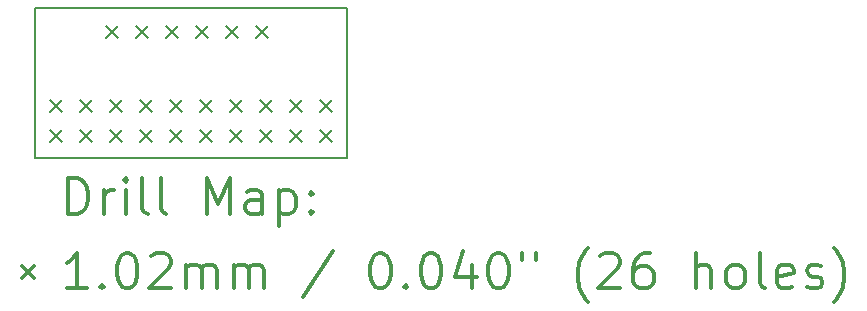
<source format=gbr>
%FSLAX45Y45*%
G04 Gerber Fmt 4.5, Leading zero omitted, Abs format (unit mm)*
G04 Created by KiCad (PCBNEW (2017-10-24 revision cffe1b51e)-master) date Wednesday, November 01, 2017 'AMt' 11:13:41 AM*
%MOMM*%
%LPD*%
G01*
G04 APERTURE LIST*
%ADD10C,0.150000*%
%ADD11C,0.200000*%
%ADD12C,0.300000*%
G04 APERTURE END LIST*
D10*
X2933700Y-4635500D02*
X5575300Y-4635500D01*
X2933700Y-3365500D02*
X2933700Y-4635500D01*
X5575300Y-3365500D02*
X2933700Y-3365500D01*
X5575300Y-4635500D02*
X5575300Y-3365500D01*
D11*
X3530600Y-3517900D02*
X3632200Y-3619500D01*
X3632200Y-3517900D02*
X3530600Y-3619500D01*
X3784600Y-3517900D02*
X3886200Y-3619500D01*
X3886200Y-3517900D02*
X3784600Y-3619500D01*
X4038600Y-3517900D02*
X4140200Y-3619500D01*
X4140200Y-3517900D02*
X4038600Y-3619500D01*
X4292600Y-3517900D02*
X4394200Y-3619500D01*
X4394200Y-3517900D02*
X4292600Y-3619500D01*
X4546600Y-3517900D02*
X4648200Y-3619500D01*
X4648200Y-3517900D02*
X4546600Y-3619500D01*
X4800600Y-3517900D02*
X4902200Y-3619500D01*
X4902200Y-3517900D02*
X4800600Y-3619500D01*
X3060700Y-4140200D02*
X3162300Y-4241800D01*
X3162300Y-4140200D02*
X3060700Y-4241800D01*
X3060700Y-4394200D02*
X3162300Y-4495800D01*
X3162300Y-4394200D02*
X3060700Y-4495800D01*
X3314700Y-4140200D02*
X3416300Y-4241800D01*
X3416300Y-4140200D02*
X3314700Y-4241800D01*
X3314700Y-4394200D02*
X3416300Y-4495800D01*
X3416300Y-4394200D02*
X3314700Y-4495800D01*
X3568700Y-4140200D02*
X3670300Y-4241800D01*
X3670300Y-4140200D02*
X3568700Y-4241800D01*
X3568700Y-4394200D02*
X3670300Y-4495800D01*
X3670300Y-4394200D02*
X3568700Y-4495800D01*
X3822700Y-4140200D02*
X3924300Y-4241800D01*
X3924300Y-4140200D02*
X3822700Y-4241800D01*
X3822700Y-4394200D02*
X3924300Y-4495800D01*
X3924300Y-4394200D02*
X3822700Y-4495800D01*
X4076700Y-4140200D02*
X4178300Y-4241800D01*
X4178300Y-4140200D02*
X4076700Y-4241800D01*
X4076700Y-4394200D02*
X4178300Y-4495800D01*
X4178300Y-4394200D02*
X4076700Y-4495800D01*
X4330700Y-4140200D02*
X4432300Y-4241800D01*
X4432300Y-4140200D02*
X4330700Y-4241800D01*
X4330700Y-4394200D02*
X4432300Y-4495800D01*
X4432300Y-4394200D02*
X4330700Y-4495800D01*
X4584700Y-4140200D02*
X4686300Y-4241800D01*
X4686300Y-4140200D02*
X4584700Y-4241800D01*
X4584700Y-4394200D02*
X4686300Y-4495800D01*
X4686300Y-4394200D02*
X4584700Y-4495800D01*
X4838700Y-4140200D02*
X4940300Y-4241800D01*
X4940300Y-4140200D02*
X4838700Y-4241800D01*
X4838700Y-4394200D02*
X4940300Y-4495800D01*
X4940300Y-4394200D02*
X4838700Y-4495800D01*
X5092700Y-4140200D02*
X5194300Y-4241800D01*
X5194300Y-4140200D02*
X5092700Y-4241800D01*
X5092700Y-4394200D02*
X5194300Y-4495800D01*
X5194300Y-4394200D02*
X5092700Y-4495800D01*
X5346700Y-4140200D02*
X5448300Y-4241800D01*
X5448300Y-4140200D02*
X5346700Y-4241800D01*
X5346700Y-4394200D02*
X5448300Y-4495800D01*
X5448300Y-4394200D02*
X5346700Y-4495800D01*
D12*
X3212628Y-5108714D02*
X3212628Y-4808714D01*
X3284057Y-4808714D01*
X3326914Y-4823000D01*
X3355486Y-4851572D01*
X3369771Y-4880143D01*
X3384057Y-4937286D01*
X3384057Y-4980143D01*
X3369771Y-5037286D01*
X3355486Y-5065857D01*
X3326914Y-5094429D01*
X3284057Y-5108714D01*
X3212628Y-5108714D01*
X3512628Y-5108714D02*
X3512628Y-4908714D01*
X3512628Y-4965857D02*
X3526914Y-4937286D01*
X3541200Y-4923000D01*
X3569771Y-4908714D01*
X3598343Y-4908714D01*
X3698343Y-5108714D02*
X3698343Y-4908714D01*
X3698343Y-4808714D02*
X3684057Y-4823000D01*
X3698343Y-4837286D01*
X3712628Y-4823000D01*
X3698343Y-4808714D01*
X3698343Y-4837286D01*
X3884057Y-5108714D02*
X3855486Y-5094429D01*
X3841200Y-5065857D01*
X3841200Y-4808714D01*
X4041200Y-5108714D02*
X4012628Y-5094429D01*
X3998343Y-5065857D01*
X3998343Y-4808714D01*
X4384057Y-5108714D02*
X4384057Y-4808714D01*
X4484057Y-5023000D01*
X4584057Y-4808714D01*
X4584057Y-5108714D01*
X4855486Y-5108714D02*
X4855486Y-4951572D01*
X4841200Y-4923000D01*
X4812628Y-4908714D01*
X4755486Y-4908714D01*
X4726914Y-4923000D01*
X4855486Y-5094429D02*
X4826914Y-5108714D01*
X4755486Y-5108714D01*
X4726914Y-5094429D01*
X4712628Y-5065857D01*
X4712628Y-5037286D01*
X4726914Y-5008714D01*
X4755486Y-4994429D01*
X4826914Y-4994429D01*
X4855486Y-4980143D01*
X4998343Y-4908714D02*
X4998343Y-5208714D01*
X4998343Y-4923000D02*
X5026914Y-4908714D01*
X5084057Y-4908714D01*
X5112628Y-4923000D01*
X5126914Y-4937286D01*
X5141200Y-4965857D01*
X5141200Y-5051572D01*
X5126914Y-5080143D01*
X5112628Y-5094429D01*
X5084057Y-5108714D01*
X5026914Y-5108714D01*
X4998343Y-5094429D01*
X5269771Y-5080143D02*
X5284057Y-5094429D01*
X5269771Y-5108714D01*
X5255486Y-5094429D01*
X5269771Y-5080143D01*
X5269771Y-5108714D01*
X5269771Y-4923000D02*
X5284057Y-4937286D01*
X5269771Y-4951572D01*
X5255486Y-4937286D01*
X5269771Y-4923000D01*
X5269771Y-4951572D01*
X2824600Y-5552200D02*
X2926200Y-5653800D01*
X2926200Y-5552200D02*
X2824600Y-5653800D01*
X3369771Y-5738714D02*
X3198343Y-5738714D01*
X3284057Y-5738714D02*
X3284057Y-5438714D01*
X3255486Y-5481572D01*
X3226914Y-5510143D01*
X3198343Y-5524429D01*
X3498343Y-5710143D02*
X3512628Y-5724429D01*
X3498343Y-5738714D01*
X3484057Y-5724429D01*
X3498343Y-5710143D01*
X3498343Y-5738714D01*
X3698343Y-5438714D02*
X3726914Y-5438714D01*
X3755486Y-5453000D01*
X3769771Y-5467286D01*
X3784057Y-5495857D01*
X3798343Y-5553000D01*
X3798343Y-5624429D01*
X3784057Y-5681571D01*
X3769771Y-5710143D01*
X3755486Y-5724429D01*
X3726914Y-5738714D01*
X3698343Y-5738714D01*
X3669771Y-5724429D01*
X3655486Y-5710143D01*
X3641200Y-5681571D01*
X3626914Y-5624429D01*
X3626914Y-5553000D01*
X3641200Y-5495857D01*
X3655486Y-5467286D01*
X3669771Y-5453000D01*
X3698343Y-5438714D01*
X3912628Y-5467286D02*
X3926914Y-5453000D01*
X3955486Y-5438714D01*
X4026914Y-5438714D01*
X4055486Y-5453000D01*
X4069771Y-5467286D01*
X4084057Y-5495857D01*
X4084057Y-5524429D01*
X4069771Y-5567286D01*
X3898343Y-5738714D01*
X4084057Y-5738714D01*
X4212628Y-5738714D02*
X4212628Y-5538714D01*
X4212628Y-5567286D02*
X4226914Y-5553000D01*
X4255486Y-5538714D01*
X4298343Y-5538714D01*
X4326914Y-5553000D01*
X4341200Y-5581572D01*
X4341200Y-5738714D01*
X4341200Y-5581572D02*
X4355486Y-5553000D01*
X4384057Y-5538714D01*
X4426914Y-5538714D01*
X4455486Y-5553000D01*
X4469771Y-5581572D01*
X4469771Y-5738714D01*
X4612628Y-5738714D02*
X4612628Y-5538714D01*
X4612628Y-5567286D02*
X4626914Y-5553000D01*
X4655486Y-5538714D01*
X4698343Y-5538714D01*
X4726914Y-5553000D01*
X4741200Y-5581572D01*
X4741200Y-5738714D01*
X4741200Y-5581572D02*
X4755486Y-5553000D01*
X4784057Y-5538714D01*
X4826914Y-5538714D01*
X4855486Y-5553000D01*
X4869771Y-5581572D01*
X4869771Y-5738714D01*
X5455486Y-5424429D02*
X5198343Y-5810143D01*
X5841200Y-5438714D02*
X5869771Y-5438714D01*
X5898343Y-5453000D01*
X5912628Y-5467286D01*
X5926914Y-5495857D01*
X5941200Y-5553000D01*
X5941200Y-5624429D01*
X5926914Y-5681571D01*
X5912628Y-5710143D01*
X5898343Y-5724429D01*
X5869771Y-5738714D01*
X5841200Y-5738714D01*
X5812628Y-5724429D01*
X5798343Y-5710143D01*
X5784057Y-5681571D01*
X5769771Y-5624429D01*
X5769771Y-5553000D01*
X5784057Y-5495857D01*
X5798343Y-5467286D01*
X5812628Y-5453000D01*
X5841200Y-5438714D01*
X6069771Y-5710143D02*
X6084057Y-5724429D01*
X6069771Y-5738714D01*
X6055486Y-5724429D01*
X6069771Y-5710143D01*
X6069771Y-5738714D01*
X6269771Y-5438714D02*
X6298343Y-5438714D01*
X6326914Y-5453000D01*
X6341200Y-5467286D01*
X6355486Y-5495857D01*
X6369771Y-5553000D01*
X6369771Y-5624429D01*
X6355486Y-5681571D01*
X6341200Y-5710143D01*
X6326914Y-5724429D01*
X6298343Y-5738714D01*
X6269771Y-5738714D01*
X6241200Y-5724429D01*
X6226914Y-5710143D01*
X6212628Y-5681571D01*
X6198343Y-5624429D01*
X6198343Y-5553000D01*
X6212628Y-5495857D01*
X6226914Y-5467286D01*
X6241200Y-5453000D01*
X6269771Y-5438714D01*
X6626914Y-5538714D02*
X6626914Y-5738714D01*
X6555486Y-5424429D02*
X6484057Y-5638714D01*
X6669771Y-5638714D01*
X6841200Y-5438714D02*
X6869771Y-5438714D01*
X6898343Y-5453000D01*
X6912628Y-5467286D01*
X6926914Y-5495857D01*
X6941200Y-5553000D01*
X6941200Y-5624429D01*
X6926914Y-5681571D01*
X6912628Y-5710143D01*
X6898343Y-5724429D01*
X6869771Y-5738714D01*
X6841200Y-5738714D01*
X6812628Y-5724429D01*
X6798343Y-5710143D01*
X6784057Y-5681571D01*
X6769771Y-5624429D01*
X6769771Y-5553000D01*
X6784057Y-5495857D01*
X6798343Y-5467286D01*
X6812628Y-5453000D01*
X6841200Y-5438714D01*
X7055486Y-5438714D02*
X7055486Y-5495857D01*
X7169771Y-5438714D02*
X7169771Y-5495857D01*
X7612628Y-5853000D02*
X7598343Y-5838714D01*
X7569771Y-5795857D01*
X7555486Y-5767286D01*
X7541200Y-5724429D01*
X7526914Y-5653000D01*
X7526914Y-5595857D01*
X7541200Y-5524429D01*
X7555486Y-5481572D01*
X7569771Y-5453000D01*
X7598343Y-5410143D01*
X7612628Y-5395857D01*
X7712628Y-5467286D02*
X7726914Y-5453000D01*
X7755486Y-5438714D01*
X7826914Y-5438714D01*
X7855486Y-5453000D01*
X7869771Y-5467286D01*
X7884057Y-5495857D01*
X7884057Y-5524429D01*
X7869771Y-5567286D01*
X7698343Y-5738714D01*
X7884057Y-5738714D01*
X8141200Y-5438714D02*
X8084057Y-5438714D01*
X8055486Y-5453000D01*
X8041200Y-5467286D01*
X8012628Y-5510143D01*
X7998343Y-5567286D01*
X7998343Y-5681571D01*
X8012628Y-5710143D01*
X8026914Y-5724429D01*
X8055486Y-5738714D01*
X8112628Y-5738714D01*
X8141200Y-5724429D01*
X8155486Y-5710143D01*
X8169771Y-5681571D01*
X8169771Y-5610143D01*
X8155486Y-5581572D01*
X8141200Y-5567286D01*
X8112628Y-5553000D01*
X8055486Y-5553000D01*
X8026914Y-5567286D01*
X8012628Y-5581572D01*
X7998343Y-5610143D01*
X8526914Y-5738714D02*
X8526914Y-5438714D01*
X8655486Y-5738714D02*
X8655486Y-5581572D01*
X8641200Y-5553000D01*
X8612628Y-5538714D01*
X8569771Y-5538714D01*
X8541200Y-5553000D01*
X8526914Y-5567286D01*
X8841200Y-5738714D02*
X8812628Y-5724429D01*
X8798343Y-5710143D01*
X8784057Y-5681571D01*
X8784057Y-5595857D01*
X8798343Y-5567286D01*
X8812628Y-5553000D01*
X8841200Y-5538714D01*
X8884057Y-5538714D01*
X8912628Y-5553000D01*
X8926914Y-5567286D01*
X8941200Y-5595857D01*
X8941200Y-5681571D01*
X8926914Y-5710143D01*
X8912628Y-5724429D01*
X8884057Y-5738714D01*
X8841200Y-5738714D01*
X9112628Y-5738714D02*
X9084057Y-5724429D01*
X9069771Y-5695857D01*
X9069771Y-5438714D01*
X9341200Y-5724429D02*
X9312628Y-5738714D01*
X9255486Y-5738714D01*
X9226914Y-5724429D01*
X9212628Y-5695857D01*
X9212628Y-5581572D01*
X9226914Y-5553000D01*
X9255486Y-5538714D01*
X9312628Y-5538714D01*
X9341200Y-5553000D01*
X9355486Y-5581572D01*
X9355486Y-5610143D01*
X9212628Y-5638714D01*
X9469771Y-5724429D02*
X9498343Y-5738714D01*
X9555486Y-5738714D01*
X9584057Y-5724429D01*
X9598343Y-5695857D01*
X9598343Y-5681571D01*
X9584057Y-5653000D01*
X9555486Y-5638714D01*
X9512628Y-5638714D01*
X9484057Y-5624429D01*
X9469771Y-5595857D01*
X9469771Y-5581572D01*
X9484057Y-5553000D01*
X9512628Y-5538714D01*
X9555486Y-5538714D01*
X9584057Y-5553000D01*
X9698343Y-5853000D02*
X9712628Y-5838714D01*
X9741200Y-5795857D01*
X9755486Y-5767286D01*
X9769771Y-5724429D01*
X9784057Y-5653000D01*
X9784057Y-5595857D01*
X9769771Y-5524429D01*
X9755486Y-5481572D01*
X9741200Y-5453000D01*
X9712628Y-5410143D01*
X9698343Y-5395857D01*
M02*

</source>
